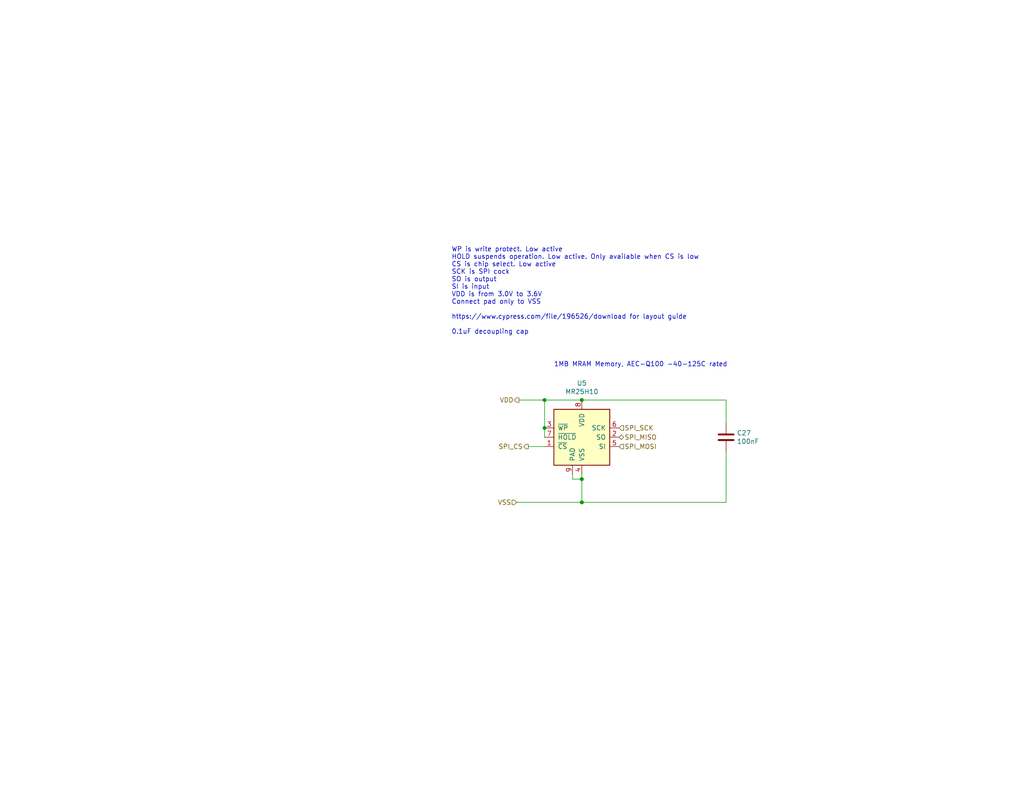
<source format=kicad_sch>
(kicad_sch (version 20250114) (generator "eeschema") (generator_version "9.0")
  (paper "A")
  (title_block (title "MRAM") (date "2020-05-03"))
  (lib_symbols
    (symbol "Common:MR20H40" (pin_names (offset 1.016))
      (property "Reference" "U" (at -7.62 8.89 0))
      (property "Value" "MR20H40" (at 1.27 8.89 0))
      (symbol "MR20H40_0_1"
        (rectangle (start -7.62 7.62) (end 7.62 -7.62) (stroke (width 0.254)) (fill (type background)))
      )
      (symbol "MR20H40_1_1"
        (pin input line (at -10.16 2.54 0) (length 2.54) (name "~{WP}") (number "3"))
        (pin input line (at -10.16 0 0) (length 2.54) (name "~{HOLD}") (number "7"))
        (pin input line (at -10.16 -2.54 0) (length 2.54) (name "~{CS}") (number "1"))
        (pin power_in line (at -2.54 -10.16 90) (length 2.54) (name "PAD") (number "9"))
        (pin power_in line (at 0 10.16 270) (length 2.54) (name "VDD") (number "8"))
        (pin power_in line (at 0 -10.16 90) (length 2.54) (name "VSS") (number "4"))
        (pin input line (at 10.16 2.54 180) (length 2.54) (name "SCK") (number "6"))
        (pin bidirectional line (at 10.16 0 180) (length 2.54) (name "SO") (number "2"))
        (pin input line (at 10.16 -2.54 180) (length 2.54) (name "SI") (number "5"))
      )
    )
    (symbol "Device:C" (pin_numbers (hide yes)) (pin_names (offset 0.254))
      (property "Reference" "C" (at 0.635 2.54 0))
      (property "Value" "C" (at 0.635 -2.54 0))
      (symbol "C_0_1"
        (polyline (pts (xy -2.032 0.762) (xy 2.032 0.762)) (stroke (width 0.508)))
        (polyline (pts (xy -2.032 -0.762) (xy 2.032 -0.762)) (stroke (width 0.508)))
      )
      (symbol "C_1_1"
        (pin passive line (at 0 3.81 270) (length 2.794) (name "~") (number "1"))
        (pin passive line (at 0 -3.81 90) (length 2.794) (name "~") (number "2"))
      )
    )
  )
  (text "WP is write protect. Low active\nHOLD suspends operation. Low active. Only available when CS is low\nCS is chip select. Low active\nSCK is SPI cock\nSO is output\nSI is input\nVDD is from 3.0V to 3.6V\nConnect pad only to VSS\n\nhttps://www.cypress.com/file/196526/download for layout guide \n\n0.1uF decoupling cap" (at 123.19 91.44 0) (effects (font (size 1.27 1.27)) (justify left bottom)))
  (text "1MB MRAM Memory, AEC-Q100 -40-125C rated" (at 151.13 100.33 0) (effects (font (size 1.27 1.27)) (justify left bottom)))
  (junction (at 148.59 116.84))
  (junction (at 158.75 137.16))
  (junction (at 148.59 109.22))
  (junction (at 158.75 130.81))
  (junction (at 158.75 109.22))
  (wire (pts (xy 158.75 109.22) (xy 198.12 109.22)))
  (wire (pts (xy 140.97 137.16) (xy 158.75 137.16)))
  (wire (pts (xy 148.59 109.22) (xy 158.75 109.22)))
  (wire (pts (xy 198.12 123.19) (xy 198.12 137.16)))
  (wire (pts (xy 158.75 129.54) (xy 158.75 130.81)))
  (wire (pts (xy 148.59 109.22) (xy 148.59 116.84)))
  (wire (pts (xy 156.21 130.81) (xy 156.21 129.54)))
  (wire (pts (xy 141.605 109.22) (xy 148.59 109.22)))
  (wire (pts (xy 198.12 115.57) (xy 198.12 109.22)))
  (wire (pts (xy 158.75 130.81) (xy 158.75 137.16)))
  (wire (pts (xy 144.145 121.92) (xy 148.59 121.92)))
  (wire (pts (xy 158.75 137.16) (xy 198.12 137.16)))
  (wire (pts (xy 156.21 130.81) (xy 158.75 130.81)))
  (wire (pts (xy 148.59 116.84) (xy 148.59 119.38)))
  (hierarchical_label "SPI_MISO" (shape bidirectional) (at 168.91 119.38 0))
  (hierarchical_label "VDD" (shape output) (at 141.605 109.22 180))
  (hierarchical_label "SPI_SCK" (shape input) (at 168.91 116.84 0))
  (hierarchical_label "VSS" (shape input) (at 140.97 137.16 180))
  (hierarchical_label "SPI_MOSI" (shape input) (at 168.91 121.92 0))
  (hierarchical_label "SPI_CS" (shape output) (at 144.145 121.92 180))
  (symbol (lib_id "Device:C") (at 198.12 119.38 0) (unit 1)
    (property "Reference" "C79" (at 201.041 118.2116 0) (effects (justify left)))
    (property "Value" "100nF" (at 201.041 120.523 0) (effects (justify left)))
    (property "Footprint" "Capacitor_SMD:C_0402_1005Metric_Pad0.74x0.62mm_HandSolder" (effects (hide yes)))
    (property "Datasheet" "https://search.murata.co.jp/Ceramy/image/img/A01X/G101/ENG/GRM155R61E104KA87-01.pdf" (effects (hide yes)))
    (property "Description" "Unpolarized capacitor" (effects (hide yes)))
    (property "Voltage" "25" (effects (hide yes)))
    (property "Tolerance" "10" (effects (hide yes)))
    (property "Manufacturer" "Murata" (effects (hide yes)))
    (property "Part Number" "GRM155R61E104KA87D" (effects (hide yes)))
    (property "Temperature Coefficient" "X5R" (effects (hide yes)))
    (instances (project "" (path "" (reference "C27") (unit 1))) (project "" (path "" (reference "C83") (unit 1))) (project "" (path "" (reference "C79") (unit 1))) (project "" (path "" (reference "C45") (unit 1))))
  )
  (symbol (lib_id "Common:MR20H40") (at 158.75 119.38 0) (unit 1)
    (property "Reference" "U20" (at 158.75 104.6226 0))
    (property "Value" "MR25H10" (at 158.75 106.934 0))
    (property "Footprint" "Package_DFN_QFN:DFN-8-1EP_6x5mm_P1.27mm_EP2x2mm" (effects (hide yes)))
    (property "Datasheet" "https://media.digikey.com/pdf/Data%20Sheets/EverSpin%20Technologies/MR25H40_Datasheet_Rev6.pdf" (effects (hide yes)))
    (property "Description" "MRAM" (effects (hide yes)))
    (property "Manufacturer" "Everspin" (effects (hide yes)))
    (property "Part Number" "MR25H10CDFR" (effects (hide yes)))
    (instances (project "" (path "" (reference "U5") (unit 1))) (project "" (path "" (reference "U15") (unit 1))) (project "" (path "" (reference "U20") (unit 1))) (project "" (path "" (reference "U9") (unit 1))))
  )
)
</source>
